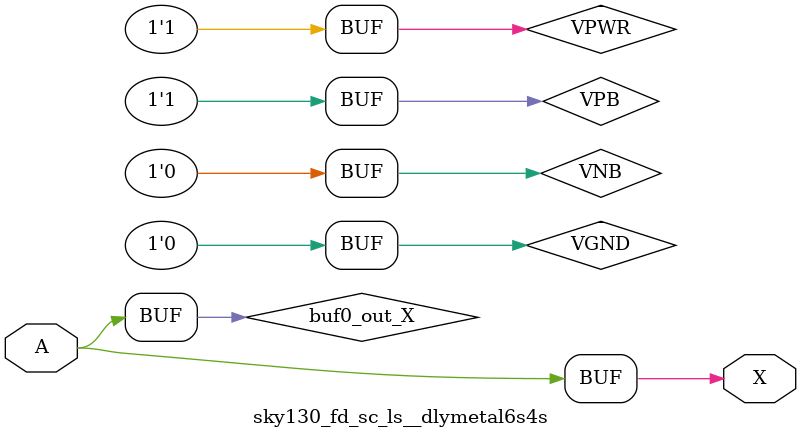
<source format=v>
/*
 * Copyright 2020 The SkyWater PDK Authors
 *
 * Licensed under the Apache License, Version 2.0 (the "License");
 * you may not use this file except in compliance with the License.
 * You may obtain a copy of the License at
 *
 *     https://www.apache.org/licenses/LICENSE-2.0
 *
 * Unless required by applicable law or agreed to in writing, software
 * distributed under the License is distributed on an "AS IS" BASIS,
 * WITHOUT WARRANTIES OR CONDITIONS OF ANY KIND, either express or implied.
 * See the License for the specific language governing permissions and
 * limitations under the License.
 *
 * SPDX-License-Identifier: Apache-2.0
*/


`ifndef SKY130_FD_SC_LS__DLYMETAL6S4S_TIMING_V
`define SKY130_FD_SC_LS__DLYMETAL6S4S_TIMING_V

/**
 * dlymetal6s4s: 6-inverter delay with output from 4th inverter on
 *               horizontal route.
 *
 * Verilog simulation timing model.
 */

`timescale 1ns / 1ps
`default_nettype none

`celldefine
module sky130_fd_sc_ls__dlymetal6s4s (
    X,
    A
);

    // Module ports
    output X;
    input  A;

    // Module supplies
    supply1 VPWR;
    supply0 VGND;
    supply1 VPB ;
    supply0 VNB ;

    // Local signals
    wire buf0_out_X;

    //  Name  Output      Other arguments
    buf buf0 (buf0_out_X, A              );
    buf buf1 (X         , buf0_out_X     );

endmodule
`endcelldefine

`default_nettype wire
`endif  // SKY130_FD_SC_LS__DLYMETAL6S4S_TIMING_V

</source>
